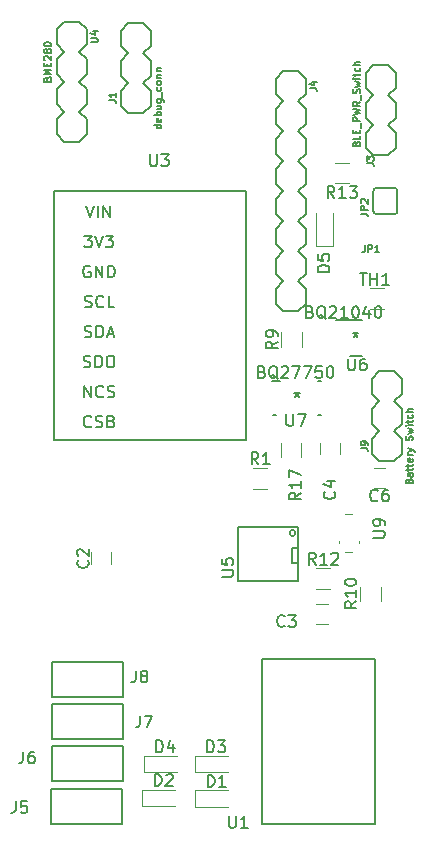
<source format=gbr>
G04 #@! TF.GenerationSoftware,KiCad,Pcbnew,(5.0.1)-rc2*
G04 #@! TF.CreationDate,2018-11-18T21:24:52-07:00*
G04 #@! TF.ProjectId,GPSLogger,4750534C6F676765722E6B696361645F,rev?*
G04 #@! TF.SameCoordinates,Original*
G04 #@! TF.FileFunction,Legend,Top*
G04 #@! TF.FilePolarity,Positive*
%FSLAX46Y46*%
G04 Gerber Fmt 4.6, Leading zero omitted, Abs format (unit mm)*
G04 Created by KiCad (PCBNEW (5.0.1)-rc2) date 11/18/2018 9:24:52 PM*
%MOMM*%
%LPD*%
G01*
G04 APERTURE LIST*
%ADD10C,0.150000*%
%ADD11C,0.120000*%
%ADD12C,0.203200*%
%ADD13C,0.152400*%
%ADD14C,0.127000*%
G04 APERTURE END LIST*
D10*
G04 #@! TO.C,J7*
X139192000Y-87836000D02*
X139192000Y-84836000D01*
X133192000Y-87836000D02*
X139192000Y-87836000D01*
X133192000Y-84836000D02*
X133192000Y-87836000D01*
X139192000Y-84836000D02*
X133192000Y-84836000D01*
D11*
G04 #@! TO.C,C2*
X138200500Y-73001000D02*
X138200500Y-72001000D01*
X136500500Y-72001000D02*
X136500500Y-73001000D01*
G04 #@! TO.C,C3*
X155567000Y-78066000D02*
X156567000Y-78066000D01*
X156567000Y-76366000D02*
X155567000Y-76366000D01*
G04 #@! TO.C,C4*
X155868000Y-62698500D02*
X155868000Y-63698500D01*
X157568000Y-63698500D02*
X157568000Y-62698500D01*
G04 #@! TO.C,C6*
X160409000Y-66572500D02*
X161409000Y-66572500D01*
X161409000Y-64872500D02*
X160409000Y-64872500D01*
G04 #@! TO.C,D1*
X145309000Y-92137000D02*
X148109000Y-92137000D01*
X145309000Y-93537000D02*
X148109000Y-93537000D01*
X145309000Y-92137000D02*
X145309000Y-93537000D01*
G04 #@! TO.C,D2*
X140821000Y-92073500D02*
X143621000Y-92073500D01*
X140821000Y-93473500D02*
X143621000Y-93473500D01*
X140821000Y-92073500D02*
X140821000Y-93473500D01*
G04 #@! TO.C,D3*
X145266000Y-89216000D02*
X148066000Y-89216000D01*
X145266000Y-90616000D02*
X148066000Y-90616000D01*
X145266000Y-89216000D02*
X145266000Y-90616000D01*
G04 #@! TO.C,D4*
X140948000Y-89216000D02*
X140948000Y-90616000D01*
X140948000Y-90616000D02*
X143748000Y-90616000D01*
X140948000Y-89216000D02*
X143748000Y-89216000D01*
G04 #@! TO.C,D5*
X155573500Y-46039000D02*
X156973500Y-46039000D01*
X156973500Y-46039000D02*
X156973500Y-43239000D01*
X155573500Y-46039000D02*
X155573500Y-43239000D01*
D12*
G04 #@! TO.C,J1*
X139636500Y-29718000D02*
X139001500Y-29083000D01*
X139001500Y-29083000D02*
X139001500Y-27813000D01*
X139001500Y-27813000D02*
X139636500Y-27178000D01*
X140906500Y-27178000D02*
X141541500Y-27813000D01*
X141541500Y-27813000D02*
X141541500Y-29083000D01*
X141541500Y-29083000D02*
X140906500Y-29718000D01*
X139001500Y-34163000D02*
X139001500Y-32893000D01*
X139001500Y-32893000D02*
X139636500Y-32258000D01*
X140906500Y-32258000D02*
X141541500Y-32893000D01*
X139636500Y-32258000D02*
X139001500Y-31623000D01*
X139001500Y-31623000D02*
X139001500Y-30353000D01*
X139001500Y-30353000D02*
X139636500Y-29718000D01*
X140906500Y-29718000D02*
X141541500Y-30353000D01*
X141541500Y-30353000D02*
X141541500Y-31623000D01*
X141541500Y-31623000D02*
X140906500Y-32258000D01*
X139636500Y-34798000D02*
X140906500Y-34798000D01*
X139001500Y-34163000D02*
X139636500Y-34798000D01*
X140906500Y-34798000D02*
X141541500Y-34163000D01*
X141541500Y-32893000D02*
X141541500Y-34163000D01*
X139636500Y-27178000D02*
X140906500Y-27178000D01*
G04 #@! TO.C,J3*
X160401000Y-30734000D02*
X161671000Y-30734000D01*
X162306000Y-36449000D02*
X162306000Y-37719000D01*
X161671000Y-38354000D02*
X162306000Y-37719000D01*
X159766000Y-37719000D02*
X160401000Y-38354000D01*
X160401000Y-38354000D02*
X161671000Y-38354000D01*
X162306000Y-35179000D02*
X161671000Y-35814000D01*
X162306000Y-33909000D02*
X162306000Y-35179000D01*
X161671000Y-33274000D02*
X162306000Y-33909000D01*
X159766000Y-33909000D02*
X160401000Y-33274000D01*
X159766000Y-35179000D02*
X159766000Y-33909000D01*
X160401000Y-35814000D02*
X159766000Y-35179000D01*
X161671000Y-35814000D02*
X162306000Y-36449000D01*
X159766000Y-36449000D02*
X160401000Y-35814000D01*
X159766000Y-37719000D02*
X159766000Y-36449000D01*
X162306000Y-32639000D02*
X161671000Y-33274000D01*
X162306000Y-31369000D02*
X162306000Y-32639000D01*
X161671000Y-30734000D02*
X162306000Y-31369000D01*
X159766000Y-31369000D02*
X160401000Y-30734000D01*
X159766000Y-32639000D02*
X159766000Y-31369000D01*
X160401000Y-33274000D02*
X159766000Y-32639000D01*
G04 #@! TO.C,J4*
X152146000Y-50927000D02*
X152146000Y-49657000D01*
X152781000Y-49022000D02*
X152146000Y-49657000D01*
X154686000Y-49657000D02*
X154051000Y-49022000D01*
X152781000Y-51562000D02*
X152146000Y-50927000D01*
X154051000Y-51562000D02*
X152781000Y-51562000D01*
X154686000Y-50927000D02*
X154051000Y-51562000D01*
X154686000Y-49657000D02*
X154686000Y-50927000D01*
X152146000Y-33147000D02*
X152146000Y-31877000D01*
X152781000Y-31242000D02*
X152146000Y-31877000D01*
X154686000Y-31877000D02*
X154051000Y-31242000D01*
X154051000Y-31242000D02*
X152781000Y-31242000D01*
X152146000Y-34417000D02*
X152781000Y-33782000D01*
X152146000Y-35687000D02*
X152146000Y-34417000D01*
X152781000Y-36322000D02*
X152146000Y-35687000D01*
X154686000Y-35687000D02*
X154051000Y-36322000D01*
X154686000Y-34417000D02*
X154686000Y-35687000D01*
X154051000Y-33782000D02*
X154686000Y-34417000D01*
X152781000Y-33782000D02*
X152146000Y-33147000D01*
X154686000Y-33147000D02*
X154051000Y-33782000D01*
X154686000Y-31877000D02*
X154686000Y-33147000D01*
X152146000Y-40767000D02*
X152146000Y-39497000D01*
X152781000Y-38862000D02*
X152146000Y-39497000D01*
X154686000Y-39497000D02*
X154051000Y-38862000D01*
X152146000Y-36957000D02*
X152781000Y-36322000D01*
X152146000Y-38227000D02*
X152146000Y-36957000D01*
X152781000Y-38862000D02*
X152146000Y-38227000D01*
X154686000Y-38227000D02*
X154051000Y-38862000D01*
X154686000Y-36957000D02*
X154686000Y-38227000D01*
X154051000Y-36322000D02*
X154686000Y-36957000D01*
X152146000Y-42037000D02*
X152781000Y-41402000D01*
X152146000Y-43307000D02*
X152146000Y-42037000D01*
X152781000Y-43942000D02*
X152146000Y-43307000D01*
X154686000Y-43307000D02*
X154051000Y-43942000D01*
X154686000Y-42037000D02*
X154686000Y-43307000D01*
X154051000Y-41402000D02*
X154686000Y-42037000D01*
X152781000Y-41402000D02*
X152146000Y-40767000D01*
X154686000Y-40767000D02*
X154051000Y-41402000D01*
X154686000Y-39497000D02*
X154686000Y-40767000D01*
X152146000Y-48387000D02*
X152146000Y-47117000D01*
X152781000Y-46482000D02*
X152146000Y-47117000D01*
X154686000Y-47117000D02*
X154051000Y-46482000D01*
X152146000Y-44577000D02*
X152781000Y-43942000D01*
X152146000Y-45847000D02*
X152146000Y-44577000D01*
X152781000Y-46482000D02*
X152146000Y-45847000D01*
X154686000Y-45847000D02*
X154051000Y-46482000D01*
X154686000Y-44577000D02*
X154686000Y-45847000D01*
X154051000Y-43942000D02*
X154686000Y-44577000D01*
X152781000Y-49022000D02*
X152146000Y-48387000D01*
X154686000Y-48387000D02*
X154051000Y-49022000D01*
X154686000Y-47117000D02*
X154686000Y-48387000D01*
D10*
G04 #@! TO.C,J5*
X133096000Y-94996000D02*
X139096000Y-94996000D01*
X139096000Y-94996000D02*
X139096000Y-91996000D01*
X139096000Y-91996000D02*
X133096000Y-91996000D01*
X133096000Y-91996000D02*
X133096000Y-94996000D01*
G04 #@! TO.C,J6*
X139192000Y-88392000D02*
X133192000Y-88392000D01*
X133192000Y-88392000D02*
X133192000Y-91392000D01*
X133192000Y-91392000D02*
X139192000Y-91392000D01*
X139192000Y-91392000D02*
X139192000Y-88392000D01*
G04 #@! TO.C,J8*
X139192000Y-84280000D02*
X139192000Y-81280000D01*
X133192000Y-84280000D02*
X139192000Y-84280000D01*
X133192000Y-81280000D02*
X133192000Y-84280000D01*
X139192000Y-81280000D02*
X133192000Y-81280000D01*
D12*
G04 #@! TO.C,J9*
X160909000Y-59182000D02*
X160274000Y-58547000D01*
X160274000Y-58547000D02*
X160274000Y-57277000D01*
X160274000Y-57277000D02*
X160909000Y-56642000D01*
X162179000Y-56642000D02*
X162814000Y-57277000D01*
X162814000Y-57277000D02*
X162814000Y-58547000D01*
X162814000Y-58547000D02*
X162179000Y-59182000D01*
X160274000Y-63627000D02*
X160274000Y-62357000D01*
X160274000Y-62357000D02*
X160909000Y-61722000D01*
X162179000Y-61722000D02*
X162814000Y-62357000D01*
X160909000Y-61722000D02*
X160274000Y-61087000D01*
X160274000Y-61087000D02*
X160274000Y-59817000D01*
X160274000Y-59817000D02*
X160909000Y-59182000D01*
X162179000Y-59182000D02*
X162814000Y-59817000D01*
X162814000Y-59817000D02*
X162814000Y-61087000D01*
X162814000Y-61087000D02*
X162179000Y-61722000D01*
X160909000Y-64262000D02*
X162179000Y-64262000D01*
X160274000Y-63627000D02*
X160909000Y-64262000D01*
X162179000Y-64262000D02*
X162814000Y-63627000D01*
X162814000Y-62357000D02*
X162814000Y-63627000D01*
X160909000Y-56642000D02*
X162179000Y-56642000D01*
D13*
G04 #@! TO.C,JP2*
X160401000Y-43116500D02*
X160401000Y-41389300D01*
X160655000Y-43370500D02*
X162179000Y-43370500D01*
X160655000Y-41135300D02*
X162179000Y-41135300D01*
X162433000Y-41389300D02*
X162433000Y-43116500D01*
X162179000Y-43370500D02*
G75*
G03X162433000Y-43116500I0J254000D01*
G01*
X162433000Y-41389300D02*
G75*
G03X162179000Y-41135300I-254000J0D01*
G01*
X160655000Y-41135300D02*
G75*
G03X160401000Y-41389300I0J-254000D01*
G01*
X160401000Y-43116500D02*
G75*
G03X160655000Y-43370500I254000J0D01*
G01*
D11*
G04 #@! TO.C,R1*
X151415000Y-66602500D02*
X150215000Y-66602500D01*
X150215000Y-64842500D02*
X151415000Y-64842500D01*
G04 #@! TO.C,R9*
X154359500Y-53375000D02*
X154359500Y-54575000D01*
X152599500Y-54575000D02*
X152599500Y-53375000D01*
G04 #@! TO.C,R10*
X161027000Y-74899000D02*
X161027000Y-76099000D01*
X159267000Y-76099000D02*
X159267000Y-74899000D01*
G04 #@! TO.C,R12*
X155549000Y-73351500D02*
X156749000Y-73351500D01*
X156749000Y-75111500D02*
X155549000Y-75111500D01*
G04 #@! TO.C,R13*
X158336500Y-40758000D02*
X157136500Y-40758000D01*
X157136500Y-38998000D02*
X158336500Y-38998000D01*
G04 #@! TO.C,R17*
X154296000Y-62707000D02*
X154296000Y-63907000D01*
X152536000Y-63907000D02*
X152536000Y-62707000D01*
G04 #@! TO.C,TH1*
X160116000Y-49602500D02*
X161316000Y-49602500D01*
X161316000Y-51362500D02*
X160116000Y-51362500D01*
D12*
G04 #@! TO.C,U4*
X136144000Y-35306000D02*
X136144000Y-36576000D01*
X136144000Y-36576000D02*
X135509000Y-37211000D01*
X134239000Y-37211000D02*
X133604000Y-36576000D01*
X135509000Y-32131000D02*
X136144000Y-32766000D01*
X136144000Y-32766000D02*
X136144000Y-34036000D01*
X136144000Y-34036000D02*
X135509000Y-34671000D01*
X134239000Y-34671000D02*
X133604000Y-34036000D01*
X133604000Y-34036000D02*
X133604000Y-32766000D01*
X133604000Y-32766000D02*
X134239000Y-32131000D01*
X136144000Y-35306000D02*
X135509000Y-34671000D01*
X134239000Y-34671000D02*
X133604000Y-35306000D01*
X133604000Y-36576000D02*
X133604000Y-35306000D01*
X136144000Y-27686000D02*
X136144000Y-28956000D01*
X136144000Y-28956000D02*
X135509000Y-29591000D01*
X134239000Y-29591000D02*
X133604000Y-28956000D01*
X135509000Y-29591000D02*
X136144000Y-30226000D01*
X136144000Y-30226000D02*
X136144000Y-31496000D01*
X136144000Y-31496000D02*
X135509000Y-32131000D01*
X134239000Y-32131000D02*
X133604000Y-31496000D01*
X133604000Y-31496000D02*
X133604000Y-30226000D01*
X133604000Y-30226000D02*
X134239000Y-29591000D01*
X135509000Y-27051000D02*
X134239000Y-27051000D01*
X136144000Y-27686000D02*
X135509000Y-27051000D01*
X134239000Y-27051000D02*
X133604000Y-27686000D01*
X133604000Y-28956000D02*
X133604000Y-27686000D01*
X135509000Y-37211000D02*
X134239000Y-37211000D01*
D13*
G04 #@! TO.C,U6*
X157213000Y-52298001D02*
X159387999Y-52298001D01*
X158413000Y-55397999D02*
X159387999Y-55397999D01*
G04 #@! TO.C,U7*
X151923999Y-60378000D02*
X152124001Y-60378000D01*
X155723999Y-60378000D02*
X155924001Y-60378000D01*
X155723999Y-57478000D02*
X155924001Y-57478000D01*
X151823999Y-57478000D02*
X152524000Y-57478000D01*
D10*
G04 #@! TO.C,U3*
X133350000Y-62484000D02*
X133350000Y-41484000D01*
X133350000Y-41402000D02*
X149606000Y-41402000D01*
X149606000Y-41484000D02*
X149606000Y-62484000D01*
X149550000Y-62484000D02*
X133350000Y-62484000D01*
G04 #@! TO.C,U5*
X153543000Y-71628000D02*
X154051000Y-71628000D01*
X153543000Y-72898000D02*
X153543000Y-71628000D01*
X154051000Y-72898000D02*
X153543000Y-72898000D01*
X154051000Y-69850000D02*
X154051000Y-74422000D01*
X148971000Y-69850000D02*
X154051000Y-69850000D01*
X148971000Y-74422000D02*
X148971000Y-69850000D01*
X154051000Y-74422000D02*
X148971000Y-74422000D01*
X153797000Y-70358000D02*
G75*
G03X153797000Y-70358000I-254000J0D01*
G01*
G04 #@! TO.C,U1*
X160528000Y-80996000D02*
X150928000Y-80996000D01*
X150928000Y-80996000D02*
X150928000Y-94996000D01*
X160528000Y-94996000D02*
X160528000Y-80996000D01*
X160528000Y-94996000D02*
X150928000Y-94996000D01*
D11*
G04 #@! TO.C,U9*
X159159500Y-71007500D02*
X159159500Y-71232500D01*
X157459500Y-71007500D02*
X157459500Y-71232500D01*
X158009500Y-71982500D02*
X158609500Y-71982500D01*
X158009500Y-68732500D02*
X158609500Y-68732500D01*
G04 #@! TO.C,J7*
D10*
X140636666Y-85812380D02*
X140636666Y-86526666D01*
X140589047Y-86669523D01*
X140493809Y-86764761D01*
X140350952Y-86812380D01*
X140255714Y-86812380D01*
X141017619Y-85812380D02*
X141684285Y-85812380D01*
X141255714Y-86812380D01*
G04 #@! TO.C,C2*
X136207642Y-72667666D02*
X136255261Y-72715285D01*
X136302880Y-72858142D01*
X136302880Y-72953380D01*
X136255261Y-73096238D01*
X136160023Y-73191476D01*
X136064785Y-73239095D01*
X135874309Y-73286714D01*
X135731452Y-73286714D01*
X135540976Y-73239095D01*
X135445738Y-73191476D01*
X135350500Y-73096238D01*
X135302880Y-72953380D01*
X135302880Y-72858142D01*
X135350500Y-72715285D01*
X135398119Y-72667666D01*
X135398119Y-72286714D02*
X135350500Y-72239095D01*
X135302880Y-72143857D01*
X135302880Y-71905761D01*
X135350500Y-71810523D01*
X135398119Y-71762904D01*
X135493357Y-71715285D01*
X135588595Y-71715285D01*
X135731452Y-71762904D01*
X136302880Y-72334333D01*
X136302880Y-71715285D01*
G04 #@! TO.C,C3*
X152868333Y-78208142D02*
X152820714Y-78255761D01*
X152677857Y-78303380D01*
X152582619Y-78303380D01*
X152439761Y-78255761D01*
X152344523Y-78160523D01*
X152296904Y-78065285D01*
X152249285Y-77874809D01*
X152249285Y-77731952D01*
X152296904Y-77541476D01*
X152344523Y-77446238D01*
X152439761Y-77351000D01*
X152582619Y-77303380D01*
X152677857Y-77303380D01*
X152820714Y-77351000D01*
X152868333Y-77398619D01*
X153201666Y-77303380D02*
X153820714Y-77303380D01*
X153487380Y-77684333D01*
X153630238Y-77684333D01*
X153725476Y-77731952D01*
X153773095Y-77779571D01*
X153820714Y-77874809D01*
X153820714Y-78112904D01*
X153773095Y-78208142D01*
X153725476Y-78255761D01*
X153630238Y-78303380D01*
X153344523Y-78303380D01*
X153249285Y-78255761D01*
X153201666Y-78208142D01*
G04 #@! TO.C,C4*
X157075142Y-66841666D02*
X157122761Y-66889285D01*
X157170380Y-67032142D01*
X157170380Y-67127380D01*
X157122761Y-67270238D01*
X157027523Y-67365476D01*
X156932285Y-67413095D01*
X156741809Y-67460714D01*
X156598952Y-67460714D01*
X156408476Y-67413095D01*
X156313238Y-67365476D01*
X156218000Y-67270238D01*
X156170380Y-67127380D01*
X156170380Y-67032142D01*
X156218000Y-66889285D01*
X156265619Y-66841666D01*
X156503714Y-65984523D02*
X157170380Y-65984523D01*
X156122761Y-66222619D02*
X156837047Y-66460714D01*
X156837047Y-65841666D01*
G04 #@! TO.C,C6*
X160742333Y-67579642D02*
X160694714Y-67627261D01*
X160551857Y-67674880D01*
X160456619Y-67674880D01*
X160313761Y-67627261D01*
X160218523Y-67532023D01*
X160170904Y-67436785D01*
X160123285Y-67246309D01*
X160123285Y-67103452D01*
X160170904Y-66912976D01*
X160218523Y-66817738D01*
X160313761Y-66722500D01*
X160456619Y-66674880D01*
X160551857Y-66674880D01*
X160694714Y-66722500D01*
X160742333Y-66770119D01*
X161599476Y-66674880D02*
X161409000Y-66674880D01*
X161313761Y-66722500D01*
X161266142Y-66770119D01*
X161170904Y-66912976D01*
X161123285Y-67103452D01*
X161123285Y-67484404D01*
X161170904Y-67579642D01*
X161218523Y-67627261D01*
X161313761Y-67674880D01*
X161504238Y-67674880D01*
X161599476Y-67627261D01*
X161647095Y-67579642D01*
X161694714Y-67484404D01*
X161694714Y-67246309D01*
X161647095Y-67151071D01*
X161599476Y-67103452D01*
X161504238Y-67055833D01*
X161313761Y-67055833D01*
X161218523Y-67103452D01*
X161170904Y-67151071D01*
X161123285Y-67246309D01*
G04 #@! TO.C,D1*
X146370904Y-91839380D02*
X146370904Y-90839380D01*
X146609000Y-90839380D01*
X146751857Y-90887000D01*
X146847095Y-90982238D01*
X146894714Y-91077476D01*
X146942333Y-91267952D01*
X146942333Y-91410809D01*
X146894714Y-91601285D01*
X146847095Y-91696523D01*
X146751857Y-91791761D01*
X146609000Y-91839380D01*
X146370904Y-91839380D01*
X147894714Y-91839380D02*
X147323285Y-91839380D01*
X147609000Y-91839380D02*
X147609000Y-90839380D01*
X147513761Y-90982238D01*
X147418523Y-91077476D01*
X147323285Y-91125095D01*
G04 #@! TO.C,D2*
X141882904Y-91775880D02*
X141882904Y-90775880D01*
X142121000Y-90775880D01*
X142263857Y-90823500D01*
X142359095Y-90918738D01*
X142406714Y-91013976D01*
X142454333Y-91204452D01*
X142454333Y-91347309D01*
X142406714Y-91537785D01*
X142359095Y-91633023D01*
X142263857Y-91728261D01*
X142121000Y-91775880D01*
X141882904Y-91775880D01*
X142835285Y-90871119D02*
X142882904Y-90823500D01*
X142978142Y-90775880D01*
X143216238Y-90775880D01*
X143311476Y-90823500D01*
X143359095Y-90871119D01*
X143406714Y-90966357D01*
X143406714Y-91061595D01*
X143359095Y-91204452D01*
X142787666Y-91775880D01*
X143406714Y-91775880D01*
G04 #@! TO.C,D3*
X146327904Y-88918380D02*
X146327904Y-87918380D01*
X146566000Y-87918380D01*
X146708857Y-87966000D01*
X146804095Y-88061238D01*
X146851714Y-88156476D01*
X146899333Y-88346952D01*
X146899333Y-88489809D01*
X146851714Y-88680285D01*
X146804095Y-88775523D01*
X146708857Y-88870761D01*
X146566000Y-88918380D01*
X146327904Y-88918380D01*
X147232666Y-87918380D02*
X147851714Y-87918380D01*
X147518380Y-88299333D01*
X147661238Y-88299333D01*
X147756476Y-88346952D01*
X147804095Y-88394571D01*
X147851714Y-88489809D01*
X147851714Y-88727904D01*
X147804095Y-88823142D01*
X147756476Y-88870761D01*
X147661238Y-88918380D01*
X147375523Y-88918380D01*
X147280285Y-88870761D01*
X147232666Y-88823142D01*
G04 #@! TO.C,D4*
X142009904Y-88918380D02*
X142009904Y-87918380D01*
X142248000Y-87918380D01*
X142390857Y-87966000D01*
X142486095Y-88061238D01*
X142533714Y-88156476D01*
X142581333Y-88346952D01*
X142581333Y-88489809D01*
X142533714Y-88680285D01*
X142486095Y-88775523D01*
X142390857Y-88870761D01*
X142248000Y-88918380D01*
X142009904Y-88918380D01*
X143438476Y-88251714D02*
X143438476Y-88918380D01*
X143200380Y-87870761D02*
X142962285Y-88585047D01*
X143581333Y-88585047D01*
G04 #@! TO.C,D5*
X156662380Y-48236095D02*
X155662380Y-48236095D01*
X155662380Y-47998000D01*
X155710000Y-47855142D01*
X155805238Y-47759904D01*
X155900476Y-47712285D01*
X156090952Y-47664666D01*
X156233809Y-47664666D01*
X156424285Y-47712285D01*
X156519523Y-47759904D01*
X156614761Y-47855142D01*
X156662380Y-47998000D01*
X156662380Y-48236095D01*
X155662380Y-46759904D02*
X155662380Y-47236095D01*
X156138571Y-47283714D01*
X156090952Y-47236095D01*
X156043333Y-47140857D01*
X156043333Y-46902761D01*
X156090952Y-46807523D01*
X156138571Y-46759904D01*
X156233809Y-46712285D01*
X156471904Y-46712285D01*
X156567142Y-46759904D01*
X156614761Y-46807523D01*
X156662380Y-46902761D01*
X156662380Y-47140857D01*
X156614761Y-47236095D01*
X156567142Y-47283714D01*
G04 #@! TO.C,J1*
D14*
X138032671Y-33731200D02*
X138468100Y-33731200D01*
X138555185Y-33760228D01*
X138613242Y-33818285D01*
X138642271Y-33905371D01*
X138642271Y-33963428D01*
X138642271Y-33121600D02*
X138642271Y-33469942D01*
X138642271Y-33295771D02*
X138032671Y-33295771D01*
X138119757Y-33353828D01*
X138177814Y-33411885D01*
X138206842Y-33469942D01*
X142452271Y-35806742D02*
X141842671Y-35806742D01*
X142423242Y-35806742D02*
X142452271Y-35864800D01*
X142452271Y-35980914D01*
X142423242Y-36038971D01*
X142394214Y-36068000D01*
X142336157Y-36097028D01*
X142161985Y-36097028D01*
X142103928Y-36068000D01*
X142074900Y-36038971D01*
X142045871Y-35980914D01*
X142045871Y-35864800D01*
X142074900Y-35806742D01*
X142423242Y-35284228D02*
X142452271Y-35342285D01*
X142452271Y-35458400D01*
X142423242Y-35516457D01*
X142365185Y-35545485D01*
X142132957Y-35545485D01*
X142074900Y-35516457D01*
X142045871Y-35458400D01*
X142045871Y-35342285D01*
X142074900Y-35284228D01*
X142132957Y-35255200D01*
X142191014Y-35255200D01*
X142249071Y-35545485D01*
X142452271Y-34993942D02*
X141842671Y-34993942D01*
X142074900Y-34993942D02*
X142045871Y-34935885D01*
X142045871Y-34819771D01*
X142074900Y-34761714D01*
X142103928Y-34732685D01*
X142161985Y-34703657D01*
X142336157Y-34703657D01*
X142394214Y-34732685D01*
X142423242Y-34761714D01*
X142452271Y-34819771D01*
X142452271Y-34935885D01*
X142423242Y-34993942D01*
X142045871Y-34181142D02*
X142452271Y-34181142D01*
X142045871Y-34442400D02*
X142365185Y-34442400D01*
X142423242Y-34413371D01*
X142452271Y-34355314D01*
X142452271Y-34268228D01*
X142423242Y-34210171D01*
X142394214Y-34181142D01*
X142045871Y-33629600D02*
X142539357Y-33629600D01*
X142597414Y-33658628D01*
X142626442Y-33687657D01*
X142655471Y-33745714D01*
X142655471Y-33832800D01*
X142626442Y-33890857D01*
X142423242Y-33629600D02*
X142452271Y-33687657D01*
X142452271Y-33803771D01*
X142423242Y-33861828D01*
X142394214Y-33890857D01*
X142336157Y-33919885D01*
X142161985Y-33919885D01*
X142103928Y-33890857D01*
X142074900Y-33861828D01*
X142045871Y-33803771D01*
X142045871Y-33687657D01*
X142074900Y-33629600D01*
X142510328Y-33484457D02*
X142510328Y-33020000D01*
X142423242Y-32613600D02*
X142452271Y-32671657D01*
X142452271Y-32787771D01*
X142423242Y-32845828D01*
X142394214Y-32874857D01*
X142336157Y-32903885D01*
X142161985Y-32903885D01*
X142103928Y-32874857D01*
X142074900Y-32845828D01*
X142045871Y-32787771D01*
X142045871Y-32671657D01*
X142074900Y-32613600D01*
X142452271Y-32265257D02*
X142423242Y-32323314D01*
X142394214Y-32352342D01*
X142336157Y-32381371D01*
X142161985Y-32381371D01*
X142103928Y-32352342D01*
X142074900Y-32323314D01*
X142045871Y-32265257D01*
X142045871Y-32178171D01*
X142074900Y-32120114D01*
X142103928Y-32091085D01*
X142161985Y-32062057D01*
X142336157Y-32062057D01*
X142394214Y-32091085D01*
X142423242Y-32120114D01*
X142452271Y-32178171D01*
X142452271Y-32265257D01*
X142045871Y-31800800D02*
X142452271Y-31800800D01*
X142103928Y-31800800D02*
X142074900Y-31771771D01*
X142045871Y-31713714D01*
X142045871Y-31626628D01*
X142074900Y-31568571D01*
X142132957Y-31539542D01*
X142452271Y-31539542D01*
X142045871Y-31249257D02*
X142452271Y-31249257D01*
X142103928Y-31249257D02*
X142074900Y-31220228D01*
X142045871Y-31162171D01*
X142045871Y-31075085D01*
X142074900Y-31017028D01*
X142132957Y-30988000D01*
X142452271Y-30988000D01*
G04 #@! TO.C,J3*
X159813171Y-39065200D02*
X160248600Y-39065200D01*
X160335685Y-39094228D01*
X160393742Y-39152285D01*
X160422771Y-39239371D01*
X160422771Y-39297428D01*
X159813171Y-38832971D02*
X159813171Y-38455600D01*
X160045400Y-38658800D01*
X160045400Y-38571714D01*
X160074428Y-38513657D01*
X160103457Y-38484628D01*
X160161514Y-38455600D01*
X160306657Y-38455600D01*
X160364714Y-38484628D01*
X160393742Y-38513657D01*
X160422771Y-38571714D01*
X160422771Y-38745885D01*
X160393742Y-38803942D01*
X160364714Y-38832971D01*
X158960457Y-37403314D02*
X158989485Y-37316228D01*
X159018514Y-37287200D01*
X159076571Y-37258171D01*
X159163657Y-37258171D01*
X159221714Y-37287200D01*
X159250742Y-37316228D01*
X159279771Y-37374285D01*
X159279771Y-37606514D01*
X158670171Y-37606514D01*
X158670171Y-37403314D01*
X158699200Y-37345257D01*
X158728228Y-37316228D01*
X158786285Y-37287200D01*
X158844342Y-37287200D01*
X158902400Y-37316228D01*
X158931428Y-37345257D01*
X158960457Y-37403314D01*
X158960457Y-37606514D01*
X159279771Y-36706628D02*
X159279771Y-36996914D01*
X158670171Y-36996914D01*
X158960457Y-36503428D02*
X158960457Y-36300228D01*
X159279771Y-36213142D02*
X159279771Y-36503428D01*
X158670171Y-36503428D01*
X158670171Y-36213142D01*
X159337828Y-36097028D02*
X159337828Y-35632571D01*
X159279771Y-35487428D02*
X158670171Y-35487428D01*
X158670171Y-35255200D01*
X158699200Y-35197142D01*
X158728228Y-35168114D01*
X158786285Y-35139085D01*
X158873371Y-35139085D01*
X158931428Y-35168114D01*
X158960457Y-35197142D01*
X158989485Y-35255200D01*
X158989485Y-35487428D01*
X158670171Y-34935885D02*
X159279771Y-34790742D01*
X158844342Y-34674628D01*
X159279771Y-34558514D01*
X158670171Y-34413371D01*
X159279771Y-33832800D02*
X158989485Y-34036000D01*
X159279771Y-34181142D02*
X158670171Y-34181142D01*
X158670171Y-33948914D01*
X158699200Y-33890857D01*
X158728228Y-33861828D01*
X158786285Y-33832800D01*
X158873371Y-33832800D01*
X158931428Y-33861828D01*
X158960457Y-33890857D01*
X158989485Y-33948914D01*
X158989485Y-34181142D01*
X159337828Y-33716685D02*
X159337828Y-33252228D01*
X159250742Y-33136114D02*
X159279771Y-33049028D01*
X159279771Y-32903885D01*
X159250742Y-32845828D01*
X159221714Y-32816800D01*
X159163657Y-32787771D01*
X159105600Y-32787771D01*
X159047542Y-32816800D01*
X159018514Y-32845828D01*
X158989485Y-32903885D01*
X158960457Y-33020000D01*
X158931428Y-33078057D01*
X158902400Y-33107085D01*
X158844342Y-33136114D01*
X158786285Y-33136114D01*
X158728228Y-33107085D01*
X158699200Y-33078057D01*
X158670171Y-33020000D01*
X158670171Y-32874857D01*
X158699200Y-32787771D01*
X158873371Y-32584571D02*
X159279771Y-32468457D01*
X158989485Y-32352342D01*
X159279771Y-32236228D01*
X158873371Y-32120114D01*
X159279771Y-31887885D02*
X158873371Y-31887885D01*
X158670171Y-31887885D02*
X158699200Y-31916914D01*
X158728228Y-31887885D01*
X158699200Y-31858857D01*
X158670171Y-31887885D01*
X158728228Y-31887885D01*
X158873371Y-31684685D02*
X158873371Y-31452457D01*
X158670171Y-31597600D02*
X159192685Y-31597600D01*
X159250742Y-31568571D01*
X159279771Y-31510514D01*
X159279771Y-31452457D01*
X159250742Y-30988000D02*
X159279771Y-31046057D01*
X159279771Y-31162171D01*
X159250742Y-31220228D01*
X159221714Y-31249257D01*
X159163657Y-31278285D01*
X158989485Y-31278285D01*
X158931428Y-31249257D01*
X158902400Y-31220228D01*
X158873371Y-31162171D01*
X158873371Y-31046057D01*
X158902400Y-30988000D01*
X159279771Y-30726742D02*
X158670171Y-30726742D01*
X159279771Y-30465485D02*
X158960457Y-30465485D01*
X158902400Y-30494514D01*
X158873371Y-30552571D01*
X158873371Y-30639657D01*
X158902400Y-30697714D01*
X158931428Y-30726742D01*
G04 #@! TO.C,J4*
X154987171Y-32715200D02*
X155422600Y-32715200D01*
X155509685Y-32744228D01*
X155567742Y-32802285D01*
X155596771Y-32889371D01*
X155596771Y-32947428D01*
X155190371Y-32163657D02*
X155596771Y-32163657D01*
X154958142Y-32308800D02*
X155393571Y-32453942D01*
X155393571Y-32076571D01*
G04 #@! TO.C,J5*
D10*
X130095666Y-93051380D02*
X130095666Y-93765666D01*
X130048047Y-93908523D01*
X129952809Y-94003761D01*
X129809952Y-94051380D01*
X129714714Y-94051380D01*
X131048047Y-93051380D02*
X130571857Y-93051380D01*
X130524238Y-93527571D01*
X130571857Y-93479952D01*
X130667095Y-93432333D01*
X130905190Y-93432333D01*
X131000428Y-93479952D01*
X131048047Y-93527571D01*
X131095666Y-93622809D01*
X131095666Y-93860904D01*
X131048047Y-93956142D01*
X131000428Y-94003761D01*
X130905190Y-94051380D01*
X130667095Y-94051380D01*
X130571857Y-94003761D01*
X130524238Y-93956142D01*
G04 #@! TO.C,J6*
X130730666Y-88860380D02*
X130730666Y-89574666D01*
X130683047Y-89717523D01*
X130587809Y-89812761D01*
X130444952Y-89860380D01*
X130349714Y-89860380D01*
X131635428Y-88860380D02*
X131444952Y-88860380D01*
X131349714Y-88908000D01*
X131302095Y-88955619D01*
X131206857Y-89098476D01*
X131159238Y-89288952D01*
X131159238Y-89669904D01*
X131206857Y-89765142D01*
X131254476Y-89812761D01*
X131349714Y-89860380D01*
X131540190Y-89860380D01*
X131635428Y-89812761D01*
X131683047Y-89765142D01*
X131730666Y-89669904D01*
X131730666Y-89431809D01*
X131683047Y-89336571D01*
X131635428Y-89288952D01*
X131540190Y-89241333D01*
X131349714Y-89241333D01*
X131254476Y-89288952D01*
X131206857Y-89336571D01*
X131159238Y-89431809D01*
G04 #@! TO.C,J8*
X140255666Y-82002380D02*
X140255666Y-82716666D01*
X140208047Y-82859523D01*
X140112809Y-82954761D01*
X139969952Y-83002380D01*
X139874714Y-83002380D01*
X140874714Y-82430952D02*
X140779476Y-82383333D01*
X140731857Y-82335714D01*
X140684238Y-82240476D01*
X140684238Y-82192857D01*
X140731857Y-82097619D01*
X140779476Y-82050000D01*
X140874714Y-82002380D01*
X141065190Y-82002380D01*
X141160428Y-82050000D01*
X141208047Y-82097619D01*
X141255666Y-82192857D01*
X141255666Y-82240476D01*
X141208047Y-82335714D01*
X141160428Y-82383333D01*
X141065190Y-82430952D01*
X140874714Y-82430952D01*
X140779476Y-82478571D01*
X140731857Y-82526190D01*
X140684238Y-82621428D01*
X140684238Y-82811904D01*
X140731857Y-82907142D01*
X140779476Y-82954761D01*
X140874714Y-83002380D01*
X141065190Y-83002380D01*
X141160428Y-82954761D01*
X141208047Y-82907142D01*
X141255666Y-82811904D01*
X141255666Y-82621428D01*
X141208047Y-82526190D01*
X141160428Y-82478571D01*
X141065190Y-82430952D01*
G04 #@! TO.C,J9*
D14*
X159305171Y-63195200D02*
X159740600Y-63195200D01*
X159827685Y-63224228D01*
X159885742Y-63282285D01*
X159914771Y-63369371D01*
X159914771Y-63427428D01*
X159914771Y-62875885D02*
X159914771Y-62759771D01*
X159885742Y-62701714D01*
X159856714Y-62672685D01*
X159769628Y-62614628D01*
X159653514Y-62585600D01*
X159421285Y-62585600D01*
X159363228Y-62614628D01*
X159334200Y-62643657D01*
X159305171Y-62701714D01*
X159305171Y-62817828D01*
X159334200Y-62875885D01*
X159363228Y-62904914D01*
X159421285Y-62933942D01*
X159566428Y-62933942D01*
X159624485Y-62904914D01*
X159653514Y-62875885D01*
X159682542Y-62817828D01*
X159682542Y-62701714D01*
X159653514Y-62643657D01*
X159624485Y-62614628D01*
X159566428Y-62585600D01*
X163405457Y-65952914D02*
X163434485Y-65865828D01*
X163463514Y-65836800D01*
X163521571Y-65807771D01*
X163608657Y-65807771D01*
X163666714Y-65836800D01*
X163695742Y-65865828D01*
X163724771Y-65923885D01*
X163724771Y-66156114D01*
X163115171Y-66156114D01*
X163115171Y-65952914D01*
X163144200Y-65894857D01*
X163173228Y-65865828D01*
X163231285Y-65836800D01*
X163289342Y-65836800D01*
X163347400Y-65865828D01*
X163376428Y-65894857D01*
X163405457Y-65952914D01*
X163405457Y-66156114D01*
X163724771Y-65285257D02*
X163405457Y-65285257D01*
X163347400Y-65314285D01*
X163318371Y-65372342D01*
X163318371Y-65488457D01*
X163347400Y-65546514D01*
X163695742Y-65285257D02*
X163724771Y-65343314D01*
X163724771Y-65488457D01*
X163695742Y-65546514D01*
X163637685Y-65575542D01*
X163579628Y-65575542D01*
X163521571Y-65546514D01*
X163492542Y-65488457D01*
X163492542Y-65343314D01*
X163463514Y-65285257D01*
X163318371Y-65082057D02*
X163318371Y-64849828D01*
X163115171Y-64994971D02*
X163637685Y-64994971D01*
X163695742Y-64965942D01*
X163724771Y-64907885D01*
X163724771Y-64849828D01*
X163318371Y-64733714D02*
X163318371Y-64501485D01*
X163115171Y-64646628D02*
X163637685Y-64646628D01*
X163695742Y-64617600D01*
X163724771Y-64559542D01*
X163724771Y-64501485D01*
X163695742Y-64066057D02*
X163724771Y-64124114D01*
X163724771Y-64240228D01*
X163695742Y-64298285D01*
X163637685Y-64327314D01*
X163405457Y-64327314D01*
X163347400Y-64298285D01*
X163318371Y-64240228D01*
X163318371Y-64124114D01*
X163347400Y-64066057D01*
X163405457Y-64037028D01*
X163463514Y-64037028D01*
X163521571Y-64327314D01*
X163724771Y-63775771D02*
X163318371Y-63775771D01*
X163434485Y-63775771D02*
X163376428Y-63746742D01*
X163347400Y-63717714D01*
X163318371Y-63659657D01*
X163318371Y-63601600D01*
X163318371Y-63456457D02*
X163724771Y-63311314D01*
X163318371Y-63166171D02*
X163724771Y-63311314D01*
X163869914Y-63369371D01*
X163898942Y-63398400D01*
X163927971Y-63456457D01*
X163695742Y-62498514D02*
X163724771Y-62411428D01*
X163724771Y-62266285D01*
X163695742Y-62208228D01*
X163666714Y-62179200D01*
X163608657Y-62150171D01*
X163550600Y-62150171D01*
X163492542Y-62179200D01*
X163463514Y-62208228D01*
X163434485Y-62266285D01*
X163405457Y-62382400D01*
X163376428Y-62440457D01*
X163347400Y-62469485D01*
X163289342Y-62498514D01*
X163231285Y-62498514D01*
X163173228Y-62469485D01*
X163144200Y-62440457D01*
X163115171Y-62382400D01*
X163115171Y-62237257D01*
X163144200Y-62150171D01*
X163318371Y-61946971D02*
X163724771Y-61830857D01*
X163434485Y-61714742D01*
X163724771Y-61598628D01*
X163318371Y-61482514D01*
X163724771Y-61250285D02*
X163318371Y-61250285D01*
X163115171Y-61250285D02*
X163144200Y-61279314D01*
X163173228Y-61250285D01*
X163144200Y-61221257D01*
X163115171Y-61250285D01*
X163173228Y-61250285D01*
X163318371Y-61047085D02*
X163318371Y-60814857D01*
X163115171Y-60960000D02*
X163637685Y-60960000D01*
X163695742Y-60930971D01*
X163724771Y-60872914D01*
X163724771Y-60814857D01*
X163695742Y-60350400D02*
X163724771Y-60408457D01*
X163724771Y-60524571D01*
X163695742Y-60582628D01*
X163666714Y-60611657D01*
X163608657Y-60640685D01*
X163434485Y-60640685D01*
X163376428Y-60611657D01*
X163347400Y-60582628D01*
X163318371Y-60524571D01*
X163318371Y-60408457D01*
X163347400Y-60350400D01*
X163724771Y-60089142D02*
X163115171Y-60089142D01*
X163724771Y-59827885D02*
X163405457Y-59827885D01*
X163347400Y-59856914D01*
X163318371Y-59914971D01*
X163318371Y-60002057D01*
X163347400Y-60060114D01*
X163376428Y-60089142D01*
G04 #@! TO.C,JP1*
X159677100Y-45957671D02*
X159677100Y-46393100D01*
X159648071Y-46480185D01*
X159590014Y-46538242D01*
X159502928Y-46567271D01*
X159444871Y-46567271D01*
X159967385Y-46567271D02*
X159967385Y-45957671D01*
X160199614Y-45957671D01*
X160257671Y-45986700D01*
X160286700Y-46015728D01*
X160315728Y-46073785D01*
X160315728Y-46160871D01*
X160286700Y-46218928D01*
X160257671Y-46247957D01*
X160199614Y-46276985D01*
X159967385Y-46276985D01*
X160896300Y-46567271D02*
X160547957Y-46567271D01*
X160722128Y-46567271D02*
X160722128Y-45957671D01*
X160664071Y-46044757D01*
X160606014Y-46102814D01*
X160547957Y-46131842D01*
G04 #@! TO.C,JP2*
X159305171Y-43307000D02*
X159740600Y-43307000D01*
X159827685Y-43336028D01*
X159885742Y-43394085D01*
X159914771Y-43481171D01*
X159914771Y-43539228D01*
X159914771Y-43016714D02*
X159305171Y-43016714D01*
X159305171Y-42784485D01*
X159334200Y-42726428D01*
X159363228Y-42697400D01*
X159421285Y-42668371D01*
X159508371Y-42668371D01*
X159566428Y-42697400D01*
X159595457Y-42726428D01*
X159624485Y-42784485D01*
X159624485Y-43016714D01*
X159363228Y-42436142D02*
X159334200Y-42407114D01*
X159305171Y-42349057D01*
X159305171Y-42203914D01*
X159334200Y-42145857D01*
X159363228Y-42116828D01*
X159421285Y-42087800D01*
X159479342Y-42087800D01*
X159566428Y-42116828D01*
X159914771Y-42465171D01*
X159914771Y-42087800D01*
G04 #@! TO.C,R1*
D10*
X150648333Y-64524880D02*
X150315000Y-64048690D01*
X150076904Y-64524880D02*
X150076904Y-63524880D01*
X150457857Y-63524880D01*
X150553095Y-63572500D01*
X150600714Y-63620119D01*
X150648333Y-63715357D01*
X150648333Y-63858214D01*
X150600714Y-63953452D01*
X150553095Y-64001071D01*
X150457857Y-64048690D01*
X150076904Y-64048690D01*
X151600714Y-64524880D02*
X151029285Y-64524880D01*
X151315000Y-64524880D02*
X151315000Y-63524880D01*
X151219761Y-63667738D01*
X151124523Y-63762976D01*
X151029285Y-63810595D01*
G04 #@! TO.C,R9*
X152281880Y-54141666D02*
X151805690Y-54475000D01*
X152281880Y-54713095D02*
X151281880Y-54713095D01*
X151281880Y-54332142D01*
X151329500Y-54236904D01*
X151377119Y-54189285D01*
X151472357Y-54141666D01*
X151615214Y-54141666D01*
X151710452Y-54189285D01*
X151758071Y-54236904D01*
X151805690Y-54332142D01*
X151805690Y-54713095D01*
X152281880Y-53665476D02*
X152281880Y-53475000D01*
X152234261Y-53379761D01*
X152186642Y-53332142D01*
X152043785Y-53236904D01*
X151853309Y-53189285D01*
X151472357Y-53189285D01*
X151377119Y-53236904D01*
X151329500Y-53284523D01*
X151281880Y-53379761D01*
X151281880Y-53570238D01*
X151329500Y-53665476D01*
X151377119Y-53713095D01*
X151472357Y-53760714D01*
X151710452Y-53760714D01*
X151805690Y-53713095D01*
X151853309Y-53665476D01*
X151900928Y-53570238D01*
X151900928Y-53379761D01*
X151853309Y-53284523D01*
X151805690Y-53236904D01*
X151710452Y-53189285D01*
G04 #@! TO.C,R10*
X158949380Y-76141857D02*
X158473190Y-76475190D01*
X158949380Y-76713285D02*
X157949380Y-76713285D01*
X157949380Y-76332333D01*
X157997000Y-76237095D01*
X158044619Y-76189476D01*
X158139857Y-76141857D01*
X158282714Y-76141857D01*
X158377952Y-76189476D01*
X158425571Y-76237095D01*
X158473190Y-76332333D01*
X158473190Y-76713285D01*
X158949380Y-75189476D02*
X158949380Y-75760904D01*
X158949380Y-75475190D02*
X157949380Y-75475190D01*
X158092238Y-75570428D01*
X158187476Y-75665666D01*
X158235095Y-75760904D01*
X157949380Y-74570428D02*
X157949380Y-74475190D01*
X157997000Y-74379952D01*
X158044619Y-74332333D01*
X158139857Y-74284714D01*
X158330333Y-74237095D01*
X158568428Y-74237095D01*
X158758904Y-74284714D01*
X158854142Y-74332333D01*
X158901761Y-74379952D01*
X158949380Y-74475190D01*
X158949380Y-74570428D01*
X158901761Y-74665666D01*
X158854142Y-74713285D01*
X158758904Y-74760904D01*
X158568428Y-74808523D01*
X158330333Y-74808523D01*
X158139857Y-74760904D01*
X158044619Y-74713285D01*
X157997000Y-74665666D01*
X157949380Y-74570428D01*
G04 #@! TO.C,R12*
X155506142Y-73033880D02*
X155172809Y-72557690D01*
X154934714Y-73033880D02*
X154934714Y-72033880D01*
X155315666Y-72033880D01*
X155410904Y-72081500D01*
X155458523Y-72129119D01*
X155506142Y-72224357D01*
X155506142Y-72367214D01*
X155458523Y-72462452D01*
X155410904Y-72510071D01*
X155315666Y-72557690D01*
X154934714Y-72557690D01*
X156458523Y-73033880D02*
X155887095Y-73033880D01*
X156172809Y-73033880D02*
X156172809Y-72033880D01*
X156077571Y-72176738D01*
X155982333Y-72271976D01*
X155887095Y-72319595D01*
X156839476Y-72129119D02*
X156887095Y-72081500D01*
X156982333Y-72033880D01*
X157220428Y-72033880D01*
X157315666Y-72081500D01*
X157363285Y-72129119D01*
X157410904Y-72224357D01*
X157410904Y-72319595D01*
X157363285Y-72462452D01*
X156791857Y-73033880D01*
X157410904Y-73033880D01*
G04 #@! TO.C,R13*
X157093642Y-41980380D02*
X156760309Y-41504190D01*
X156522214Y-41980380D02*
X156522214Y-40980380D01*
X156903166Y-40980380D01*
X156998404Y-41028000D01*
X157046023Y-41075619D01*
X157093642Y-41170857D01*
X157093642Y-41313714D01*
X157046023Y-41408952D01*
X156998404Y-41456571D01*
X156903166Y-41504190D01*
X156522214Y-41504190D01*
X158046023Y-41980380D02*
X157474595Y-41980380D01*
X157760309Y-41980380D02*
X157760309Y-40980380D01*
X157665071Y-41123238D01*
X157569833Y-41218476D01*
X157474595Y-41266095D01*
X158379357Y-40980380D02*
X158998404Y-40980380D01*
X158665071Y-41361333D01*
X158807928Y-41361333D01*
X158903166Y-41408952D01*
X158950785Y-41456571D01*
X158998404Y-41551809D01*
X158998404Y-41789904D01*
X158950785Y-41885142D01*
X158903166Y-41932761D01*
X158807928Y-41980380D01*
X158522214Y-41980380D01*
X158426976Y-41932761D01*
X158379357Y-41885142D01*
G04 #@! TO.C,R17*
X154249380Y-66936857D02*
X153773190Y-67270190D01*
X154249380Y-67508285D02*
X153249380Y-67508285D01*
X153249380Y-67127333D01*
X153297000Y-67032095D01*
X153344619Y-66984476D01*
X153439857Y-66936857D01*
X153582714Y-66936857D01*
X153677952Y-66984476D01*
X153725571Y-67032095D01*
X153773190Y-67127333D01*
X153773190Y-67508285D01*
X154249380Y-65984476D02*
X154249380Y-66555904D01*
X154249380Y-66270190D02*
X153249380Y-66270190D01*
X153392238Y-66365428D01*
X153487476Y-66460666D01*
X153535095Y-66555904D01*
X153249380Y-65651142D02*
X153249380Y-64984476D01*
X154249380Y-65413047D01*
G04 #@! TO.C,TH1*
X159242285Y-48347380D02*
X159813714Y-48347380D01*
X159528000Y-49347380D02*
X159528000Y-48347380D01*
X160147047Y-49347380D02*
X160147047Y-48347380D01*
X160147047Y-48823571D02*
X160718476Y-48823571D01*
X160718476Y-49347380D02*
X160718476Y-48347380D01*
X161718476Y-49347380D02*
X161147047Y-49347380D01*
X161432761Y-49347380D02*
X161432761Y-48347380D01*
X161337523Y-48490238D01*
X161242285Y-48585476D01*
X161147047Y-48633095D01*
G04 #@! TO.C,U4*
D14*
X136445171Y-28785457D02*
X136938657Y-28785457D01*
X136996714Y-28756428D01*
X137025742Y-28727400D01*
X137054771Y-28669342D01*
X137054771Y-28553228D01*
X137025742Y-28495171D01*
X136996714Y-28466142D01*
X136938657Y-28437114D01*
X136445171Y-28437114D01*
X136648371Y-27885571D02*
X137054771Y-27885571D01*
X136416142Y-28030714D02*
X136851571Y-28175857D01*
X136851571Y-27798485D01*
X132798457Y-31931428D02*
X132827485Y-31844342D01*
X132856514Y-31815314D01*
X132914571Y-31786285D01*
X133001657Y-31786285D01*
X133059714Y-31815314D01*
X133088742Y-31844342D01*
X133117771Y-31902400D01*
X133117771Y-32134628D01*
X132508171Y-32134628D01*
X132508171Y-31931428D01*
X132537200Y-31873371D01*
X132566228Y-31844342D01*
X132624285Y-31815314D01*
X132682342Y-31815314D01*
X132740400Y-31844342D01*
X132769428Y-31873371D01*
X132798457Y-31931428D01*
X132798457Y-32134628D01*
X133117771Y-31525028D02*
X132508171Y-31525028D01*
X132943600Y-31321828D01*
X132508171Y-31118628D01*
X133117771Y-31118628D01*
X132798457Y-30828342D02*
X132798457Y-30625142D01*
X133117771Y-30538057D02*
X133117771Y-30828342D01*
X132508171Y-30828342D01*
X132508171Y-30538057D01*
X132566228Y-30305828D02*
X132537200Y-30276800D01*
X132508171Y-30218742D01*
X132508171Y-30073600D01*
X132537200Y-30015542D01*
X132566228Y-29986514D01*
X132624285Y-29957485D01*
X132682342Y-29957485D01*
X132769428Y-29986514D01*
X133117771Y-30334857D01*
X133117771Y-29957485D01*
X132769428Y-29609142D02*
X132740400Y-29667200D01*
X132711371Y-29696228D01*
X132653314Y-29725257D01*
X132624285Y-29725257D01*
X132566228Y-29696228D01*
X132537200Y-29667200D01*
X132508171Y-29609142D01*
X132508171Y-29493028D01*
X132537200Y-29434971D01*
X132566228Y-29405942D01*
X132624285Y-29376914D01*
X132653314Y-29376914D01*
X132711371Y-29405942D01*
X132740400Y-29434971D01*
X132769428Y-29493028D01*
X132769428Y-29609142D01*
X132798457Y-29667200D01*
X132827485Y-29696228D01*
X132885542Y-29725257D01*
X133001657Y-29725257D01*
X133059714Y-29696228D01*
X133088742Y-29667200D01*
X133117771Y-29609142D01*
X133117771Y-29493028D01*
X133088742Y-29434971D01*
X133059714Y-29405942D01*
X133001657Y-29376914D01*
X132885542Y-29376914D01*
X132827485Y-29405942D01*
X132798457Y-29434971D01*
X132769428Y-29493028D01*
X132508171Y-28999542D02*
X132508171Y-28941485D01*
X132537200Y-28883428D01*
X132566228Y-28854400D01*
X132624285Y-28825371D01*
X132740400Y-28796342D01*
X132885542Y-28796342D01*
X133001657Y-28825371D01*
X133059714Y-28854400D01*
X133088742Y-28883428D01*
X133117771Y-28941485D01*
X133117771Y-28999542D01*
X133088742Y-29057600D01*
X133059714Y-29086628D01*
X133001657Y-29115657D01*
X132885542Y-29144685D01*
X132740400Y-29144685D01*
X132624285Y-29115657D01*
X132566228Y-29086628D01*
X132537200Y-29057600D01*
X132508171Y-28999542D01*
G04 #@! TO.C,U6*
D10*
X158242095Y-55586380D02*
X158242095Y-56395904D01*
X158289714Y-56491142D01*
X158337333Y-56538761D01*
X158432571Y-56586380D01*
X158623047Y-56586380D01*
X158718285Y-56538761D01*
X158765904Y-56491142D01*
X158813523Y-56395904D01*
X158813523Y-55586380D01*
X159718285Y-55586380D02*
X159527809Y-55586380D01*
X159432571Y-55634000D01*
X159384952Y-55681619D01*
X159289714Y-55824476D01*
X159242095Y-56014952D01*
X159242095Y-56395904D01*
X159289714Y-56491142D01*
X159337333Y-56538761D01*
X159432571Y-56586380D01*
X159623047Y-56586380D01*
X159718285Y-56538761D01*
X159765904Y-56491142D01*
X159813523Y-56395904D01*
X159813523Y-56157809D01*
X159765904Y-56062571D01*
X159718285Y-56014952D01*
X159623047Y-55967333D01*
X159432571Y-55967333D01*
X159337333Y-56014952D01*
X159289714Y-56062571D01*
X159242095Y-56157809D01*
X155027666Y-51617571D02*
X155170523Y-51665190D01*
X155218142Y-51712809D01*
X155265761Y-51808047D01*
X155265761Y-51950904D01*
X155218142Y-52046142D01*
X155170523Y-52093761D01*
X155075285Y-52141380D01*
X154694333Y-52141380D01*
X154694333Y-51141380D01*
X155027666Y-51141380D01*
X155122904Y-51189000D01*
X155170523Y-51236619D01*
X155218142Y-51331857D01*
X155218142Y-51427095D01*
X155170523Y-51522333D01*
X155122904Y-51569952D01*
X155027666Y-51617571D01*
X154694333Y-51617571D01*
X156361000Y-52236619D02*
X156265761Y-52189000D01*
X156170523Y-52093761D01*
X156027666Y-51950904D01*
X155932428Y-51903285D01*
X155837190Y-51903285D01*
X155884809Y-52141380D02*
X155789571Y-52093761D01*
X155694333Y-51998523D01*
X155646714Y-51808047D01*
X155646714Y-51474714D01*
X155694333Y-51284238D01*
X155789571Y-51189000D01*
X155884809Y-51141380D01*
X156075285Y-51141380D01*
X156170523Y-51189000D01*
X156265761Y-51284238D01*
X156313380Y-51474714D01*
X156313380Y-51808047D01*
X156265761Y-51998523D01*
X156170523Y-52093761D01*
X156075285Y-52141380D01*
X155884809Y-52141380D01*
X156694333Y-51236619D02*
X156741952Y-51189000D01*
X156837190Y-51141380D01*
X157075285Y-51141380D01*
X157170523Y-51189000D01*
X157218142Y-51236619D01*
X157265761Y-51331857D01*
X157265761Y-51427095D01*
X157218142Y-51569952D01*
X156646714Y-52141380D01*
X157265761Y-52141380D01*
X158218142Y-52141380D02*
X157646714Y-52141380D01*
X157932428Y-52141380D02*
X157932428Y-51141380D01*
X157837190Y-51284238D01*
X157741952Y-51379476D01*
X157646714Y-51427095D01*
X158837190Y-51141380D02*
X158932428Y-51141380D01*
X159027666Y-51189000D01*
X159075285Y-51236619D01*
X159122904Y-51331857D01*
X159170523Y-51522333D01*
X159170523Y-51760428D01*
X159122904Y-51950904D01*
X159075285Y-52046142D01*
X159027666Y-52093761D01*
X158932428Y-52141380D01*
X158837190Y-52141380D01*
X158741952Y-52093761D01*
X158694333Y-52046142D01*
X158646714Y-51950904D01*
X158599095Y-51760428D01*
X158599095Y-51522333D01*
X158646714Y-51331857D01*
X158694333Y-51236619D01*
X158741952Y-51189000D01*
X158837190Y-51141380D01*
X160027666Y-51474714D02*
X160027666Y-52141380D01*
X159789571Y-51093761D02*
X159551476Y-51808047D01*
X160170523Y-51808047D01*
X160741952Y-51141380D02*
X160837190Y-51141380D01*
X160932428Y-51189000D01*
X160980047Y-51236619D01*
X161027666Y-51331857D01*
X161075285Y-51522333D01*
X161075285Y-51760428D01*
X161027666Y-51950904D01*
X160980047Y-52046142D01*
X160932428Y-52093761D01*
X160837190Y-52141380D01*
X160741952Y-52141380D01*
X160646714Y-52093761D01*
X160599095Y-52046142D01*
X160551476Y-51950904D01*
X160503857Y-51760428D01*
X160503857Y-51522333D01*
X160551476Y-51331857D01*
X160599095Y-51236619D01*
X160646714Y-51189000D01*
X160741952Y-51141380D01*
X158888000Y-53300380D02*
X158888000Y-53538476D01*
X158649904Y-53443238D02*
X158888000Y-53538476D01*
X159126095Y-53443238D01*
X158745142Y-53728952D02*
X158888000Y-53538476D01*
X159030857Y-53728952D01*
G04 #@! TO.C,U7*
X153035095Y-60285380D02*
X153035095Y-61094904D01*
X153082714Y-61190142D01*
X153130333Y-61237761D01*
X153225571Y-61285380D01*
X153416047Y-61285380D01*
X153511285Y-61237761D01*
X153558904Y-61190142D01*
X153606523Y-61094904D01*
X153606523Y-60285380D01*
X153987476Y-60285380D02*
X154654142Y-60285380D01*
X154225571Y-61285380D01*
X150963666Y-56697571D02*
X151106523Y-56745190D01*
X151154142Y-56792809D01*
X151201761Y-56888047D01*
X151201761Y-57030904D01*
X151154142Y-57126142D01*
X151106523Y-57173761D01*
X151011285Y-57221380D01*
X150630333Y-57221380D01*
X150630333Y-56221380D01*
X150963666Y-56221380D01*
X151058904Y-56269000D01*
X151106523Y-56316619D01*
X151154142Y-56411857D01*
X151154142Y-56507095D01*
X151106523Y-56602333D01*
X151058904Y-56649952D01*
X150963666Y-56697571D01*
X150630333Y-56697571D01*
X152297000Y-57316619D02*
X152201761Y-57269000D01*
X152106523Y-57173761D01*
X151963666Y-57030904D01*
X151868428Y-56983285D01*
X151773190Y-56983285D01*
X151820809Y-57221380D02*
X151725571Y-57173761D01*
X151630333Y-57078523D01*
X151582714Y-56888047D01*
X151582714Y-56554714D01*
X151630333Y-56364238D01*
X151725571Y-56269000D01*
X151820809Y-56221380D01*
X152011285Y-56221380D01*
X152106523Y-56269000D01*
X152201761Y-56364238D01*
X152249380Y-56554714D01*
X152249380Y-56888047D01*
X152201761Y-57078523D01*
X152106523Y-57173761D01*
X152011285Y-57221380D01*
X151820809Y-57221380D01*
X152630333Y-56316619D02*
X152677952Y-56269000D01*
X152773190Y-56221380D01*
X153011285Y-56221380D01*
X153106523Y-56269000D01*
X153154142Y-56316619D01*
X153201761Y-56411857D01*
X153201761Y-56507095D01*
X153154142Y-56649952D01*
X152582714Y-57221380D01*
X153201761Y-57221380D01*
X153535095Y-56221380D02*
X154201761Y-56221380D01*
X153773190Y-57221380D01*
X154487476Y-56221380D02*
X155154142Y-56221380D01*
X154725571Y-57221380D01*
X156011285Y-56221380D02*
X155535095Y-56221380D01*
X155487476Y-56697571D01*
X155535095Y-56649952D01*
X155630333Y-56602333D01*
X155868428Y-56602333D01*
X155963666Y-56649952D01*
X156011285Y-56697571D01*
X156058904Y-56792809D01*
X156058904Y-57030904D01*
X156011285Y-57126142D01*
X155963666Y-57173761D01*
X155868428Y-57221380D01*
X155630333Y-57221380D01*
X155535095Y-57173761D01*
X155487476Y-57126142D01*
X156677952Y-56221380D02*
X156773190Y-56221380D01*
X156868428Y-56269000D01*
X156916047Y-56316619D01*
X156963666Y-56411857D01*
X157011285Y-56602333D01*
X157011285Y-56840428D01*
X156963666Y-57030904D01*
X156916047Y-57126142D01*
X156868428Y-57173761D01*
X156773190Y-57221380D01*
X156677952Y-57221380D01*
X156582714Y-57173761D01*
X156535095Y-57126142D01*
X156487476Y-57030904D01*
X156439857Y-56840428D01*
X156439857Y-56602333D01*
X156487476Y-56411857D01*
X156535095Y-56316619D01*
X156582714Y-56269000D01*
X156677952Y-56221380D01*
X153924000Y-58380380D02*
X153924000Y-58618476D01*
X153685904Y-58523238D02*
X153924000Y-58618476D01*
X154162095Y-58523238D01*
X153781142Y-58808952D02*
X153924000Y-58618476D01*
X154066857Y-58808952D01*
G04 #@! TO.C,U3*
X141478095Y-38306380D02*
X141478095Y-39115904D01*
X141525714Y-39211142D01*
X141573333Y-39258761D01*
X141668571Y-39306380D01*
X141859047Y-39306380D01*
X141954285Y-39258761D01*
X142001904Y-39211142D01*
X142049523Y-39115904D01*
X142049523Y-38306380D01*
X142430476Y-38306380D02*
X143049523Y-38306380D01*
X142716190Y-38687333D01*
X142859047Y-38687333D01*
X142954285Y-38734952D01*
X143001904Y-38782571D01*
X143049523Y-38877809D01*
X143049523Y-39115904D01*
X143001904Y-39211142D01*
X142954285Y-39258761D01*
X142859047Y-39306380D01*
X142573333Y-39306380D01*
X142478095Y-39258761D01*
X142430476Y-39211142D01*
X136493333Y-61317142D02*
X136445714Y-61364761D01*
X136302857Y-61412380D01*
X136207619Y-61412380D01*
X136064761Y-61364761D01*
X135969523Y-61269523D01*
X135921904Y-61174285D01*
X135874285Y-60983809D01*
X135874285Y-60840952D01*
X135921904Y-60650476D01*
X135969523Y-60555238D01*
X136064761Y-60460000D01*
X136207619Y-60412380D01*
X136302857Y-60412380D01*
X136445714Y-60460000D01*
X136493333Y-60507619D01*
X136874285Y-61364761D02*
X137017142Y-61412380D01*
X137255238Y-61412380D01*
X137350476Y-61364761D01*
X137398095Y-61317142D01*
X137445714Y-61221904D01*
X137445714Y-61126666D01*
X137398095Y-61031428D01*
X137350476Y-60983809D01*
X137255238Y-60936190D01*
X137064761Y-60888571D01*
X136969523Y-60840952D01*
X136921904Y-60793333D01*
X136874285Y-60698095D01*
X136874285Y-60602857D01*
X136921904Y-60507619D01*
X136969523Y-60460000D01*
X137064761Y-60412380D01*
X137302857Y-60412380D01*
X137445714Y-60460000D01*
X138207619Y-60888571D02*
X138350476Y-60936190D01*
X138398095Y-60983809D01*
X138445714Y-61079047D01*
X138445714Y-61221904D01*
X138398095Y-61317142D01*
X138350476Y-61364761D01*
X138255238Y-61412380D01*
X137874285Y-61412380D01*
X137874285Y-60412380D01*
X138207619Y-60412380D01*
X138302857Y-60460000D01*
X138350476Y-60507619D01*
X138398095Y-60602857D01*
X138398095Y-60698095D01*
X138350476Y-60793333D01*
X138302857Y-60840952D01*
X138207619Y-60888571D01*
X137874285Y-60888571D01*
X135898095Y-58872380D02*
X135898095Y-57872380D01*
X136469523Y-58872380D01*
X136469523Y-57872380D01*
X137517142Y-58777142D02*
X137469523Y-58824761D01*
X137326666Y-58872380D01*
X137231428Y-58872380D01*
X137088571Y-58824761D01*
X136993333Y-58729523D01*
X136945714Y-58634285D01*
X136898095Y-58443809D01*
X136898095Y-58300952D01*
X136945714Y-58110476D01*
X136993333Y-58015238D01*
X137088571Y-57920000D01*
X137231428Y-57872380D01*
X137326666Y-57872380D01*
X137469523Y-57920000D01*
X137517142Y-57967619D01*
X137898095Y-58824761D02*
X138040952Y-58872380D01*
X138279047Y-58872380D01*
X138374285Y-58824761D01*
X138421904Y-58777142D01*
X138469523Y-58681904D01*
X138469523Y-58586666D01*
X138421904Y-58491428D01*
X138374285Y-58443809D01*
X138279047Y-58396190D01*
X138088571Y-58348571D01*
X137993333Y-58300952D01*
X137945714Y-58253333D01*
X137898095Y-58158095D01*
X137898095Y-58062857D01*
X137945714Y-57967619D01*
X137993333Y-57920000D01*
X138088571Y-57872380D01*
X138326666Y-57872380D01*
X138469523Y-57920000D01*
X135850476Y-56284761D02*
X135993333Y-56332380D01*
X136231428Y-56332380D01*
X136326666Y-56284761D01*
X136374285Y-56237142D01*
X136421904Y-56141904D01*
X136421904Y-56046666D01*
X136374285Y-55951428D01*
X136326666Y-55903809D01*
X136231428Y-55856190D01*
X136040952Y-55808571D01*
X135945714Y-55760952D01*
X135898095Y-55713333D01*
X135850476Y-55618095D01*
X135850476Y-55522857D01*
X135898095Y-55427619D01*
X135945714Y-55380000D01*
X136040952Y-55332380D01*
X136279047Y-55332380D01*
X136421904Y-55380000D01*
X136850476Y-56332380D02*
X136850476Y-55332380D01*
X137088571Y-55332380D01*
X137231428Y-55380000D01*
X137326666Y-55475238D01*
X137374285Y-55570476D01*
X137421904Y-55760952D01*
X137421904Y-55903809D01*
X137374285Y-56094285D01*
X137326666Y-56189523D01*
X137231428Y-56284761D01*
X137088571Y-56332380D01*
X136850476Y-56332380D01*
X138040952Y-55332380D02*
X138231428Y-55332380D01*
X138326666Y-55380000D01*
X138421904Y-55475238D01*
X138469523Y-55665714D01*
X138469523Y-55999047D01*
X138421904Y-56189523D01*
X138326666Y-56284761D01*
X138231428Y-56332380D01*
X138040952Y-56332380D01*
X137945714Y-56284761D01*
X137850476Y-56189523D01*
X137802857Y-55999047D01*
X137802857Y-55665714D01*
X137850476Y-55475238D01*
X137945714Y-55380000D01*
X138040952Y-55332380D01*
X135945714Y-53744761D02*
X136088571Y-53792380D01*
X136326666Y-53792380D01*
X136421904Y-53744761D01*
X136469523Y-53697142D01*
X136517142Y-53601904D01*
X136517142Y-53506666D01*
X136469523Y-53411428D01*
X136421904Y-53363809D01*
X136326666Y-53316190D01*
X136136190Y-53268571D01*
X136040952Y-53220952D01*
X135993333Y-53173333D01*
X135945714Y-53078095D01*
X135945714Y-52982857D01*
X135993333Y-52887619D01*
X136040952Y-52840000D01*
X136136190Y-52792380D01*
X136374285Y-52792380D01*
X136517142Y-52840000D01*
X136945714Y-53792380D02*
X136945714Y-52792380D01*
X137183809Y-52792380D01*
X137326666Y-52840000D01*
X137421904Y-52935238D01*
X137469523Y-53030476D01*
X137517142Y-53220952D01*
X137517142Y-53363809D01*
X137469523Y-53554285D01*
X137421904Y-53649523D01*
X137326666Y-53744761D01*
X137183809Y-53792380D01*
X136945714Y-53792380D01*
X137898095Y-53506666D02*
X138374285Y-53506666D01*
X137802857Y-53792380D02*
X138136190Y-52792380D01*
X138469523Y-53792380D01*
X135969523Y-51204761D02*
X136112380Y-51252380D01*
X136350476Y-51252380D01*
X136445714Y-51204761D01*
X136493333Y-51157142D01*
X136540952Y-51061904D01*
X136540952Y-50966666D01*
X136493333Y-50871428D01*
X136445714Y-50823809D01*
X136350476Y-50776190D01*
X136160000Y-50728571D01*
X136064761Y-50680952D01*
X136017142Y-50633333D01*
X135969523Y-50538095D01*
X135969523Y-50442857D01*
X136017142Y-50347619D01*
X136064761Y-50300000D01*
X136160000Y-50252380D01*
X136398095Y-50252380D01*
X136540952Y-50300000D01*
X137540952Y-51157142D02*
X137493333Y-51204761D01*
X137350476Y-51252380D01*
X137255238Y-51252380D01*
X137112380Y-51204761D01*
X137017142Y-51109523D01*
X136969523Y-51014285D01*
X136921904Y-50823809D01*
X136921904Y-50680952D01*
X136969523Y-50490476D01*
X137017142Y-50395238D01*
X137112380Y-50300000D01*
X137255238Y-50252380D01*
X137350476Y-50252380D01*
X137493333Y-50300000D01*
X137540952Y-50347619D01*
X138445714Y-51252380D02*
X137969523Y-51252380D01*
X137969523Y-50252380D01*
X136398095Y-47760000D02*
X136302857Y-47712380D01*
X136160000Y-47712380D01*
X136017142Y-47760000D01*
X135921904Y-47855238D01*
X135874285Y-47950476D01*
X135826666Y-48140952D01*
X135826666Y-48283809D01*
X135874285Y-48474285D01*
X135921904Y-48569523D01*
X136017142Y-48664761D01*
X136160000Y-48712380D01*
X136255238Y-48712380D01*
X136398095Y-48664761D01*
X136445714Y-48617142D01*
X136445714Y-48283809D01*
X136255238Y-48283809D01*
X136874285Y-48712380D02*
X136874285Y-47712380D01*
X137445714Y-48712380D01*
X137445714Y-47712380D01*
X137921904Y-48712380D02*
X137921904Y-47712380D01*
X138160000Y-47712380D01*
X138302857Y-47760000D01*
X138398095Y-47855238D01*
X138445714Y-47950476D01*
X138493333Y-48140952D01*
X138493333Y-48283809D01*
X138445714Y-48474285D01*
X138398095Y-48569523D01*
X138302857Y-48664761D01*
X138160000Y-48712380D01*
X137921904Y-48712380D01*
X135921904Y-45172380D02*
X136540952Y-45172380D01*
X136207619Y-45553333D01*
X136350476Y-45553333D01*
X136445714Y-45600952D01*
X136493333Y-45648571D01*
X136540952Y-45743809D01*
X136540952Y-45981904D01*
X136493333Y-46077142D01*
X136445714Y-46124761D01*
X136350476Y-46172380D01*
X136064761Y-46172380D01*
X135969523Y-46124761D01*
X135921904Y-46077142D01*
X136826666Y-45172380D02*
X137160000Y-46172380D01*
X137493333Y-45172380D01*
X137731428Y-45172380D02*
X138350476Y-45172380D01*
X138017142Y-45553333D01*
X138160000Y-45553333D01*
X138255238Y-45600952D01*
X138302857Y-45648571D01*
X138350476Y-45743809D01*
X138350476Y-45981904D01*
X138302857Y-46077142D01*
X138255238Y-46124761D01*
X138160000Y-46172380D01*
X137874285Y-46172380D01*
X137779047Y-46124761D01*
X137731428Y-46077142D01*
X136064761Y-42632380D02*
X136398095Y-43632380D01*
X136731428Y-42632380D01*
X137064761Y-43632380D02*
X137064761Y-42632380D01*
X137540952Y-43632380D02*
X137540952Y-42632380D01*
X138112380Y-43632380D01*
X138112380Y-42632380D01*
G04 #@! TO.C,U5*
X147534380Y-74040904D02*
X148343904Y-74040904D01*
X148439142Y-73993285D01*
X148486761Y-73945666D01*
X148534380Y-73850428D01*
X148534380Y-73659952D01*
X148486761Y-73564714D01*
X148439142Y-73517095D01*
X148343904Y-73469476D01*
X147534380Y-73469476D01*
X147534380Y-72517095D02*
X147534380Y-72993285D01*
X148010571Y-73040904D01*
X147962952Y-72993285D01*
X147915333Y-72898047D01*
X147915333Y-72659952D01*
X147962952Y-72564714D01*
X148010571Y-72517095D01*
X148105809Y-72469476D01*
X148343904Y-72469476D01*
X148439142Y-72517095D01*
X148486761Y-72564714D01*
X148534380Y-72659952D01*
X148534380Y-72898047D01*
X148486761Y-72993285D01*
X148439142Y-73040904D01*
G04 #@! TO.C,U1*
X148166095Y-94321380D02*
X148166095Y-95130904D01*
X148213714Y-95226142D01*
X148261333Y-95273761D01*
X148356571Y-95321380D01*
X148547047Y-95321380D01*
X148642285Y-95273761D01*
X148689904Y-95226142D01*
X148737523Y-95130904D01*
X148737523Y-94321380D01*
X149737523Y-95321380D02*
X149166095Y-95321380D01*
X149451809Y-95321380D02*
X149451809Y-94321380D01*
X149356571Y-94464238D01*
X149261333Y-94559476D01*
X149166095Y-94607095D01*
G04 #@! TO.C,U9*
X160361380Y-70738904D02*
X161170904Y-70738904D01*
X161266142Y-70691285D01*
X161313761Y-70643666D01*
X161361380Y-70548428D01*
X161361380Y-70357952D01*
X161313761Y-70262714D01*
X161266142Y-70215095D01*
X161170904Y-70167476D01*
X160361380Y-70167476D01*
X161361380Y-69643666D02*
X161361380Y-69453190D01*
X161313761Y-69357952D01*
X161266142Y-69310333D01*
X161123285Y-69215095D01*
X160932809Y-69167476D01*
X160551857Y-69167476D01*
X160456619Y-69215095D01*
X160409000Y-69262714D01*
X160361380Y-69357952D01*
X160361380Y-69548428D01*
X160409000Y-69643666D01*
X160456619Y-69691285D01*
X160551857Y-69738904D01*
X160789952Y-69738904D01*
X160885190Y-69691285D01*
X160932809Y-69643666D01*
X160980428Y-69548428D01*
X160980428Y-69357952D01*
X160932809Y-69262714D01*
X160885190Y-69215095D01*
X160789952Y-69167476D01*
G04 #@! TD*
M02*

</source>
